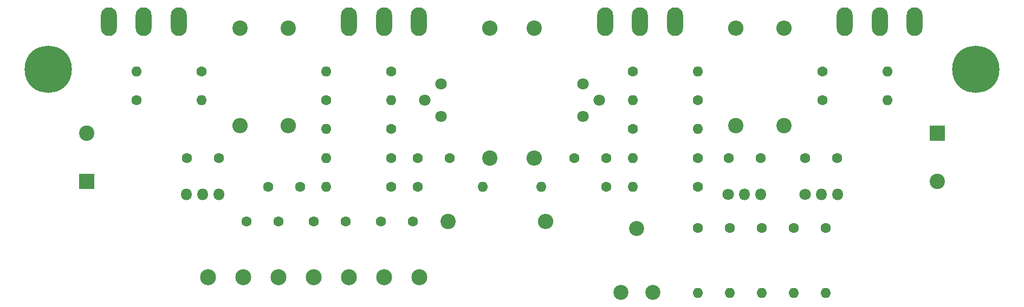
<source format=gbs>
G04 #@! TF.GenerationSoftware,KiCad,Pcbnew,(5.1.7)-1*
G04 #@! TF.CreationDate,2022-09-30T21:34:24+02:00*
G04 #@! TF.ProjectId,Endstufe,456e6473-7475-4666-952e-6b696361645f,rev?*
G04 #@! TF.SameCoordinates,Original*
G04 #@! TF.FileFunction,Soldermask,Bot*
G04 #@! TF.FilePolarity,Negative*
%FSLAX46Y46*%
G04 Gerber Fmt 4.6, Leading zero omitted, Abs format (unit mm)*
G04 Created by KiCad (PCBNEW (5.1.7)-1) date 2022-09-30 21:34:24*
%MOMM*%
%LPD*%
G01*
G04 APERTURE LIST*
%ADD10C,2.400000*%
%ADD11O,2.400000X2.400000*%
%ADD12C,2.500000*%
%ADD13R,2.400000X2.400000*%
%ADD14C,1.800000*%
%ADD15O,1.800000X1.800000*%
%ADD16C,1.600000*%
%ADD17O,1.600000X1.600000*%
%ADD18C,2.340000*%
%ADD19O,2.500000X4.500000*%
%ADD20C,7.400000*%
G04 APERTURE END LIST*
D10*
X92500000Y-58750000D03*
D11*
X107740000Y-58750000D03*
D12*
X88000000Y-67500000D03*
X82500000Y-67500000D03*
X77000000Y-67500000D03*
X71500000Y-67500000D03*
X66000000Y-67500000D03*
X60500000Y-67500000D03*
X55000000Y-67500000D03*
D13*
X169000000Y-45000000D03*
D10*
X169000000Y-52500000D03*
X67500000Y-28500000D03*
D11*
X67500000Y-43740000D03*
D10*
X60000000Y-28500000D03*
D11*
X60000000Y-43740000D03*
D10*
X145000000Y-43740000D03*
D11*
X145000000Y-28500000D03*
D10*
X137500000Y-43740000D03*
D11*
X137500000Y-28500000D03*
D13*
X36000000Y-52500000D03*
D10*
X36000000Y-45000000D03*
D14*
X148300000Y-54500000D03*
D15*
X150840000Y-54500000D03*
X153380000Y-54500000D03*
D14*
X136300000Y-54500000D03*
D15*
X138840000Y-54500000D03*
X141380000Y-54500000D03*
D16*
X153340000Y-48820000D03*
X148340000Y-48820000D03*
X83660000Y-53320000D03*
D17*
X73500000Y-53320000D03*
D16*
X87750000Y-53320000D03*
D17*
X97910000Y-53320000D03*
D16*
X51660000Y-48820000D03*
X56660000Y-48820000D03*
X69410000Y-53320000D03*
X64410000Y-53320000D03*
X71500000Y-58750000D03*
X76500000Y-58750000D03*
X66000000Y-58750000D03*
X61000000Y-58750000D03*
X131500000Y-53320000D03*
D17*
X121340000Y-53320000D03*
D16*
X117250000Y-53320000D03*
D17*
X107090000Y-53320000D03*
D16*
X82000000Y-58750000D03*
X87000000Y-58750000D03*
X141500000Y-59750000D03*
D17*
X141500000Y-69910000D03*
D16*
X136500000Y-59750000D03*
D17*
X136500000Y-69910000D03*
D16*
X146500000Y-59750000D03*
D17*
X146500000Y-69910000D03*
D16*
X131500000Y-59750000D03*
D17*
X131500000Y-69910000D03*
D18*
X119500000Y-69830000D03*
X122000000Y-59830000D03*
X124500000Y-69830000D03*
D16*
X141340000Y-48820000D03*
X136340000Y-48820000D03*
D14*
X88860000Y-39820000D03*
X91400000Y-42360000D03*
X91400000Y-37280000D03*
X116140000Y-39820000D03*
X113600000Y-37280000D03*
X113600000Y-42360000D03*
D16*
X83660000Y-35320000D03*
D17*
X73500000Y-35320000D03*
D16*
X83660000Y-44320000D03*
D17*
X73500000Y-44320000D03*
D16*
X73500000Y-39820000D03*
D17*
X83660000Y-39820000D03*
D16*
X121340000Y-35320000D03*
D17*
X131500000Y-35320000D03*
D16*
X121340000Y-44320000D03*
D17*
X131500000Y-44320000D03*
D16*
X131500000Y-39820000D03*
D17*
X121340000Y-39820000D03*
D16*
X83660000Y-48820000D03*
D17*
X73500000Y-48820000D03*
D16*
X131500000Y-48820000D03*
D17*
X121340000Y-48820000D03*
D16*
X87750000Y-48820000D03*
X92750000Y-48820000D03*
X117250000Y-48820000D03*
X112250000Y-48820000D03*
X54000000Y-35320000D03*
D17*
X43840000Y-35320000D03*
D16*
X43840000Y-39820000D03*
D17*
X54000000Y-39820000D03*
D16*
X151000000Y-35320000D03*
D17*
X161160000Y-35320000D03*
D16*
X151000000Y-39820000D03*
D17*
X161160000Y-39820000D03*
D16*
X151500000Y-59750000D03*
D17*
X151500000Y-69910000D03*
D15*
X51620000Y-54500000D03*
X54160000Y-54500000D03*
X56700000Y-54500000D03*
D10*
X99000000Y-48820000D03*
D11*
X99000000Y-28500000D03*
D10*
X106000000Y-28500000D03*
D11*
X106000000Y-48820000D03*
D19*
X77050000Y-27500000D03*
X82500000Y-27500000D03*
X87950000Y-27500000D03*
X39500000Y-27500000D03*
X44950000Y-27500000D03*
X50400000Y-27500000D03*
X154500000Y-27500000D03*
X159950000Y-27500000D03*
X165400000Y-27500000D03*
X117050000Y-27500000D03*
X122500000Y-27500000D03*
X127950000Y-27500000D03*
D20*
X175000000Y-35000000D03*
X30000000Y-35000000D03*
M02*

</source>
